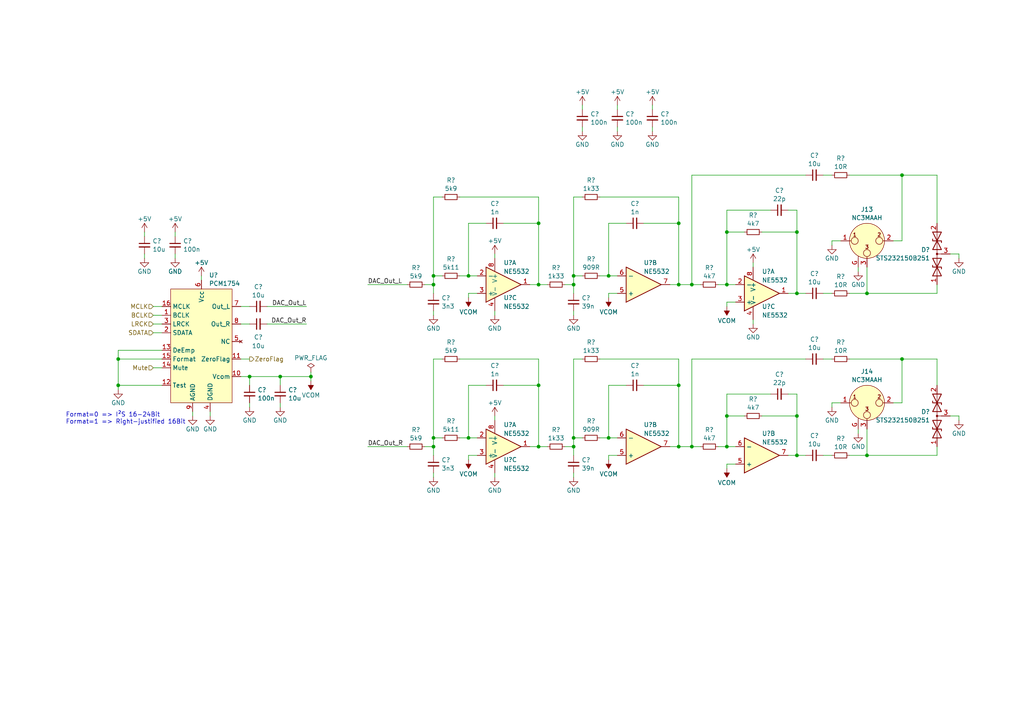
<source format=kicad_sch>
(kicad_sch (version 20230121) (generator eeschema)
  (paper "A4")
  (junction (at 210.82 129.54))
  (junction (at 176.53 127))
  (junction (at 166.37 129.54))
  (junction (at 135.89 80.01))
  (junction (at 196.85 111.76))
  (junction (at 125.73 127))
  (junction (at 166.37 82.55))
  (junction (at 125.73 82.55))
  (junction (at 72.39 109.22))
  (junction (at 210.82 67.31))
  (junction (at 196.85 64.77))
  (junction (at 231.14 132.08))
  (junction (at 261.62 104.14))
  (junction (at 156.21 64.77))
  (junction (at 34.29 104.14))
  (junction (at 156.21 82.55))
  (junction (at 196.85 129.54))
  (junction (at 125.73 129.54))
  (junction (at 166.37 127))
  (junction (at 231.14 67.31))
  (junction (at 196.85 82.55))
  (junction (at 210.82 120.65))
  (junction (at 176.53 80.01))
  (junction (at 231.14 85.09))
  (junction (at 125.73 80.01))
  (junction (at 251.46 132.08))
  (junction (at 261.62 50.8))
  (junction (at 156.21 111.76))
  (junction (at 90.17 109.22))
  (junction (at 231.14 120.65))
  (junction (at 251.46 85.09))
  (junction (at 210.82 82.55))
  (junction (at 200.66 82.55))
  (junction (at 81.28 109.22))
  (junction (at 156.21 129.54))
  (junction (at 34.29 111.76))
  (junction (at 200.66 129.54))
  (junction (at 166.37 80.01))
  (junction (at 135.89 127))
  (wire (pts (xy 135.89 133.35) (xy 135.89 132.08)))
  (wire (pts (xy 241.3 132.08) (xy 238.76 132.08)))
  (wire (pts (xy 135.89 111.76) (xy 135.89 127)))
  (wire (pts (xy 41.91 73.66) (xy 41.91 74.93)))
  (wire (pts (xy 228.6 60.96) (xy 231.14 60.96)))
  (wire (pts (xy 176.53 86.36) (xy 176.53 85.09)))
  (wire (pts (xy 128.27 57.15) (xy 125.73 57.15)))
  (wire (pts (xy 173.99 80.01) (xy 176.53 80.01)))
  (wire (pts (xy 166.37 82.55) (xy 166.37 85.09)))
  (wire (pts (xy 125.73 57.15) (xy 125.73 80.01)))
  (wire (pts (xy 118.11 129.54) (xy 106.68 129.54)))
  (wire (pts (xy 77.47 93.98) (xy 88.9 93.98)))
  (wire (pts (xy 271.78 104.14) (xy 261.62 104.14)))
  (wire (pts (xy 179.07 36.83) (xy 179.07 38.1)))
  (wire (pts (xy 173.99 104.14) (xy 196.85 104.14)))
  (wire (pts (xy 200.66 50.8) (xy 233.68 50.8)))
  (wire (pts (xy 261.62 69.85) (xy 259.08 69.85)))
  (wire (pts (xy 69.85 109.22) (xy 72.39 109.22)))
  (wire (pts (xy 196.85 104.14) (xy 196.85 111.76)))
  (wire (pts (xy 189.23 30.48) (xy 189.23 31.75)))
  (wire (pts (xy 251.46 132.08) (xy 246.38 132.08)))
  (wire (pts (xy 166.37 80.01) (xy 166.37 82.55)))
  (wire (pts (xy 220.98 67.31) (xy 231.14 67.31)))
  (wire (pts (xy 200.66 82.55) (xy 200.66 50.8)))
  (wire (pts (xy 168.91 104.14) (xy 166.37 104.14)))
  (wire (pts (xy 90.17 110.49) (xy 90.17 109.22)))
  (wire (pts (xy 200.66 129.54) (xy 203.2 129.54)))
  (wire (pts (xy 125.73 127) (xy 125.73 129.54)))
  (wire (pts (xy 135.89 64.77) (xy 135.89 80.01)))
  (wire (pts (xy 275.59 120.65) (xy 278.13 120.65)))
  (wire (pts (xy 241.3 116.84) (xy 241.3 118.11)))
  (wire (pts (xy 196.85 129.54) (xy 194.31 129.54)))
  (wire (pts (xy 189.23 36.83) (xy 189.23 38.1)))
  (wire (pts (xy 231.14 85.09) (xy 228.6 85.09)))
  (wire (pts (xy 231.14 120.65) (xy 231.14 132.08)))
  (wire (pts (xy 156.21 57.15) (xy 156.21 64.77)))
  (wire (pts (xy 261.62 50.8) (xy 261.62 69.85)))
  (wire (pts (xy 166.37 127) (xy 166.37 129.54)))
  (wire (pts (xy 77.47 88.9) (xy 88.9 88.9)))
  (wire (pts (xy 181.61 111.76) (xy 176.53 111.76)))
  (wire (pts (xy 278.13 73.66) (xy 278.13 74.93)))
  (wire (pts (xy 34.29 104.14) (xy 46.99 104.14)))
  (wire (pts (xy 176.53 132.08) (xy 179.07 132.08)))
  (wire (pts (xy 228.6 132.08) (xy 231.14 132.08)))
  (wire (pts (xy 210.82 134.62) (xy 213.36 134.62)))
  (wire (pts (xy 166.37 137.16) (xy 166.37 138.43)))
  (wire (pts (xy 50.8 67.31) (xy 50.8 68.58)))
  (wire (pts (xy 210.82 135.89) (xy 210.82 134.62)))
  (wire (pts (xy 81.28 116.84) (xy 81.28 118.11)))
  (wire (pts (xy 156.21 82.55) (xy 158.75 82.55)))
  (wire (pts (xy 156.21 64.77) (xy 156.21 82.55)))
  (wire (pts (xy 143.51 137.16) (xy 143.51 138.43)))
  (wire (pts (xy 44.45 93.98) (xy 46.99 93.98)))
  (wire (pts (xy 69.85 104.14) (xy 72.39 104.14)))
  (wire (pts (xy 271.78 129.54) (xy 271.78 132.08)))
  (wire (pts (xy 44.45 91.44) (xy 46.99 91.44)))
  (wire (pts (xy 125.73 80.01) (xy 125.73 82.55)))
  (wire (pts (xy 125.73 82.55) (xy 125.73 85.09)))
  (wire (pts (xy 133.35 57.15) (xy 156.21 57.15)))
  (wire (pts (xy 176.53 85.09) (xy 179.07 85.09)))
  (wire (pts (xy 133.35 80.01) (xy 135.89 80.01)))
  (wire (pts (xy 166.37 57.15) (xy 166.37 80.01)))
  (wire (pts (xy 210.82 60.96) (xy 210.82 67.31)))
  (wire (pts (xy 186.69 64.77) (xy 196.85 64.77)))
  (wire (pts (xy 275.59 73.66) (xy 278.13 73.66)))
  (wire (pts (xy 218.44 92.71) (xy 218.44 93.98)))
  (wire (pts (xy 46.99 101.6) (xy 34.29 101.6)))
  (wire (pts (xy 248.92 124.46) (xy 248.92 125.73)))
  (wire (pts (xy 271.78 64.77) (xy 271.78 50.8)))
  (wire (pts (xy 246.38 104.14) (xy 261.62 104.14)))
  (wire (pts (xy 140.97 111.76) (xy 135.89 111.76)))
  (wire (pts (xy 271.78 111.76) (xy 271.78 104.14)))
  (wire (pts (xy 248.92 77.47) (xy 248.92 78.74)))
  (wire (pts (xy 210.82 114.3) (xy 210.82 120.65)))
  (wire (pts (xy 200.66 82.55) (xy 203.2 82.55)))
  (wire (pts (xy 259.08 116.84) (xy 261.62 116.84)))
  (wire (pts (xy 231.14 132.08) (xy 233.68 132.08)))
  (wire (pts (xy 223.52 114.3) (xy 210.82 114.3)))
  (wire (pts (xy 135.89 80.01) (xy 138.43 80.01)))
  (wire (pts (xy 243.84 116.84) (xy 241.3 116.84)))
  (wire (pts (xy 223.52 60.96) (xy 210.82 60.96)))
  (wire (pts (xy 210.82 129.54) (xy 213.36 129.54)))
  (wire (pts (xy 168.91 30.48) (xy 168.91 31.75)))
  (wire (pts (xy 128.27 104.14) (xy 125.73 104.14)))
  (wire (pts (xy 196.85 129.54) (xy 200.66 129.54)))
  (wire (pts (xy 210.82 82.55) (xy 213.36 82.55)))
  (wire (pts (xy 251.46 85.09) (xy 246.38 85.09)))
  (wire (pts (xy 166.37 90.17) (xy 166.37 91.44)))
  (wire (pts (xy 176.53 111.76) (xy 176.53 127)))
  (wire (pts (xy 50.8 73.66) (xy 50.8 74.93)))
  (wire (pts (xy 166.37 104.14) (xy 166.37 127)))
  (wire (pts (xy 261.62 104.14) (xy 261.62 116.84)))
  (wire (pts (xy 135.89 132.08) (xy 138.43 132.08)))
  (wire (pts (xy 215.9 67.31) (xy 210.82 67.31)))
  (wire (pts (xy 176.53 127) (xy 179.07 127)))
  (wire (pts (xy 72.39 116.84) (xy 72.39 118.11)))
  (wire (pts (xy 156.21 129.54) (xy 158.75 129.54)))
  (wire (pts (xy 208.28 129.54) (xy 210.82 129.54)))
  (wire (pts (xy 168.91 36.83) (xy 168.91 38.1)))
  (wire (pts (xy 44.45 106.68) (xy 46.99 106.68)))
  (wire (pts (xy 181.61 64.77) (xy 176.53 64.77)))
  (wire (pts (xy 166.37 129.54) (xy 163.83 129.54)))
  (wire (pts (xy 238.76 104.14) (xy 241.3 104.14)))
  (wire (pts (xy 69.85 88.9) (xy 72.39 88.9)))
  (wire (pts (xy 125.73 90.17) (xy 125.73 91.44)))
  (wire (pts (xy 55.88 119.38) (xy 55.88 120.65)))
  (wire (pts (xy 196.85 82.55) (xy 194.31 82.55)))
  (wire (pts (xy 251.46 124.46) (xy 251.46 132.08)))
  (wire (pts (xy 118.11 82.55) (xy 106.68 82.55)))
  (wire (pts (xy 123.19 82.55) (xy 125.73 82.55)))
  (wire (pts (xy 243.84 69.85) (xy 241.3 69.85)))
  (wire (pts (xy 135.89 86.36) (xy 135.89 85.09)))
  (wire (pts (xy 44.45 88.9) (xy 46.99 88.9)))
  (wire (pts (xy 238.76 50.8) (xy 241.3 50.8)))
  (wire (pts (xy 196.85 82.55) (xy 200.66 82.55)))
  (wire (pts (xy 44.45 96.52) (xy 46.99 96.52)))
  (wire (pts (xy 135.89 127) (xy 138.43 127)))
  (wire (pts (xy 220.98 120.65) (xy 231.14 120.65)))
  (wire (pts (xy 271.78 132.08) (xy 251.46 132.08)))
  (wire (pts (xy 271.78 50.8) (xy 261.62 50.8)))
  (wire (pts (xy 271.78 85.09) (xy 251.46 85.09)))
  (wire (pts (xy 34.29 111.76) (xy 34.29 113.03)))
  (wire (pts (xy 125.73 80.01) (xy 128.27 80.01)))
  (wire (pts (xy 200.66 104.14) (xy 233.68 104.14)))
  (wire (pts (xy 231.14 114.3) (xy 231.14 120.65)))
  (wire (pts (xy 196.85 111.76) (xy 196.85 129.54)))
  (wire (pts (xy 186.69 111.76) (xy 196.85 111.76)))
  (wire (pts (xy 146.05 64.77) (xy 156.21 64.77)))
  (wire (pts (xy 81.28 111.76) (xy 81.28 109.22)))
  (wire (pts (xy 58.42 80.01) (xy 58.42 81.28)))
  (wire (pts (xy 34.29 104.14) (xy 34.29 111.76)))
  (wire (pts (xy 208.28 82.55) (xy 210.82 82.55)))
  (wire (pts (xy 210.82 88.9) (xy 210.82 87.63)))
  (wire (pts (xy 69.85 93.98) (xy 72.39 93.98)))
  (wire (pts (xy 140.97 64.77) (xy 135.89 64.77)))
  (wire (pts (xy 143.51 120.65) (xy 143.51 121.92)))
  (wire (pts (xy 168.91 57.15) (xy 166.37 57.15)))
  (wire (pts (xy 196.85 57.15) (xy 196.85 64.77)))
  (wire (pts (xy 176.53 133.35) (xy 176.53 132.08)))
  (wire (pts (xy 173.99 57.15) (xy 196.85 57.15)))
  (wire (pts (xy 156.21 82.55) (xy 153.67 82.55)))
  (wire (pts (xy 60.96 119.38) (xy 60.96 120.65)))
  (wire (pts (xy 166.37 82.55) (xy 163.83 82.55)))
  (wire (pts (xy 156.21 129.54) (xy 153.67 129.54)))
  (wire (pts (xy 156.21 104.14) (xy 156.21 111.76)))
  (wire (pts (xy 90.17 107.95) (xy 90.17 109.22)))
  (wire (pts (xy 231.14 85.09) (xy 233.68 85.09)))
  (wire (pts (xy 72.39 109.22) (xy 72.39 111.76)))
  (wire (pts (xy 241.3 85.09) (xy 238.76 85.09)))
  (wire (pts (xy 156.21 111.76) (xy 156.21 129.54)))
  (wire (pts (xy 34.29 101.6) (xy 34.29 104.14)))
  (wire (pts (xy 210.82 67.31) (xy 210.82 82.55)))
  (wire (pts (xy 200.66 129.54) (xy 200.66 104.14)))
  (wire (pts (xy 133.35 127) (xy 135.89 127)))
  (wire (pts (xy 125.73 104.14) (xy 125.73 127)))
  (wire (pts (xy 166.37 129.54) (xy 166.37 132.08)))
  (wire (pts (xy 125.73 127) (xy 128.27 127)))
  (wire (pts (xy 41.91 67.31) (xy 41.91 68.58)))
  (wire (pts (xy 210.82 120.65) (xy 210.82 129.54)))
  (wire (pts (xy 143.51 73.66) (xy 143.51 74.93)))
  (wire (pts (xy 251.46 77.47) (xy 251.46 85.09)))
  (wire (pts (xy 179.07 30.48) (xy 179.07 31.75)))
  (wire (pts (xy 246.38 50.8) (xy 261.62 50.8)))
  (wire (pts (xy 173.99 127) (xy 176.53 127)))
  (wire (pts (xy 271.78 82.55) (xy 271.78 85.09)))
  (wire (pts (xy 278.13 120.65) (xy 278.13 121.92)))
  (wire (pts (xy 176.53 64.77) (xy 176.53 80.01)))
  (wire (pts (xy 168.91 80.01) (xy 166.37 80.01)))
  (wire (pts (xy 231.14 67.31) (xy 231.14 85.09)))
  (wire (pts (xy 90.17 109.22) (xy 81.28 109.22)))
  (wire (pts (xy 218.44 76.2) (xy 218.44 77.47)))
  (wire (pts (xy 81.28 109.22) (xy 72.39 109.22)))
  (wire (pts (xy 125.73 129.54) (xy 125.73 132.08)))
  (wire (pts (xy 176.53 80.01) (xy 179.07 80.01)))
  (wire (pts (xy 196.85 64.77) (xy 196.85 82.55)))
  (wire (pts (xy 135.89 85.09) (xy 138.43 85.09)))
  (wire (pts (xy 241.3 69.85) (xy 241.3 71.12)))
  (wire (pts (xy 228.6 114.3) (xy 231.14 114.3)))
  (wire (pts (xy 231.14 60.96) (xy 231.14 67.31)))
  (wire (pts (xy 133.35 104.14) (xy 156.21 104.14)))
  (wire (pts (xy 123.19 129.54) (xy 125.73 129.54)))
  (wire (pts (xy 143.51 90.17) (xy 143.51 91.44)))
  (wire (pts (xy 210.82 87.63) (xy 213.36 87.63)))
  (wire (pts (xy 168.91 127) (xy 166.37 127)))
  (wire (pts (xy 125.73 137.16) (xy 125.73 138.43)))
  (wire (pts (xy 215.9 120.65) (xy 210.82 120.65)))
  (wire (pts (xy 146.05 111.76) (xy 156.21 111.76)))
  (wire (pts (xy 34.29 111.76) (xy 46.99 111.76)))
  (text "Format=0 => I²S 16-24Bit\nFormat=1 => Right-justified 16Bit" (at 19.05 123.19 0) (effects (font (size 1.27 1.27)) (justify left bottom)))
  (label "DAC_Out_L" (at 88.9 88.9 180))
  (label "DAC_Out_R" (at 88.9 93.98 180))
  (label "DAC_Out_R" (at 106.68 129.54 0))
  (label "DAC_Out_L" (at 106.68 82.55 0))
  (hierarchical_label "MCLK" (shape input) (at 44.45 88.9 180))
  (hierarchical_label "SDATA" (shape input) (at 44.45 96.52 180))
  (hierarchical_label "Mute" (shape input) (at 44.45 106.68 180))
  (hierarchical_label "BCLK" (shape input) (at 44.45 91.44 180))
  (hierarchical_label "ZeroFlag" (shape output) (at 72.39 104.14 0))
  (hierarchical_label "LRCK" (shape input) (at 44.45 93.98 180))
  (symbol (lib_id "power:GND") (at 72.39 118.11 0) (unit 1)
    (property "Reference" "#PWR?" (effects hide))
    (property "Value" "GND" (at 72.39 121.92 0))
    (instances (project "SmallDSPMainBoard" (path "" (reference "#PWR?") (unit 1)) (path "" (reference "#PWR0115") (unit 1))))
  )
  (symbol (lib_id "power:VCOM") (at 176.53 133.35 180) (unit 1)
    (property "Reference" "#PWR?" (effects hide))
    (property "Value" "VCOM" (at 176.53 137.4831 0))
    (instances (project "SmallDSPMainBoard" (path "" (reference "#PWR?") (unit 1)) (path "" (reference "#PWR0131") (unit 1))))
  )
  (symbol (lib_id "power:GND") (at 143.51 91.44 0) (unit 1)
    (property "Reference" "#PWR?" (effects hide))
    (property "Value" "GND" (at 143.51 95.25 0))
    (instances (project "SmallDSPMainBoard" (path "" (reference "#PWR?") (unit 1)) (path "" (reference "#PWR0123") (unit 1))))
  )
  (symbol (lib_id "power:+5V") (at 41.91 67.31 0) (unit 1)
    (property "Reference" "#PWR?" (effects hide))
    (property "Value" "+5V" (at 41.91 63.5 0))
    (instances (project "SmallDSPMainBoard" (path "" (reference "#PWR?") (unit 1)) (path "" (reference "#PWR0108") (unit 1))))
  )
  (symbol (lib_id "power:GND") (at 241.3 71.12 0) (unit 1)
    (property "Reference" "#PWR?" (effects hide))
    (property "Value" "GND" (at 241.3 74.93 0))
    (instances (project "SmallDSPMainBoard" (path "" (reference "#PWR?") (unit 1)) (path "" (reference "#PWR0140") (unit 1))))
  )
  (symbol (lib_id "power:GND") (at 166.37 138.43 0) (unit 1)
    (property "Reference" "#PWR?" (effects hide))
    (property "Value" "GND" (at 166.37 142.24 0))
    (instances (project "SmallDSPMainBoard" (path "" (reference "#PWR?") (unit 1)) (path "" (reference "#PWR0127") (unit 1))))
  )
  (symbol (lib_id "power:+5V") (at 218.44 76.2 0) (unit 1)
    (property "Reference" "#PWR?" (effects hide))
    (property "Value" "+5V" (at 218.44 72.39 0))
    (instances (project "SmallDSPMainBoard" (path "" (reference "#PWR?") (unit 1)) (path "" (reference "#PWR0138") (unit 1))))
  )
  (symbol (lib_id "Device:R_Small") (at 218.44 120.65 90) (unit 1)
    (property "Reference" "R?" (at 218.44 115.7691 90))
    (property "Value" "4k7" (at 218.44 118.1933 90))
    (property "Footprint" "Resistor_SMD:R_0402_1005Metric" (effects hide))
    (property "Assembling" "X" (effects hide))
    (property "JLC Part Number" "C25900" (effects hide))
    (property "Manufacturer" "UNI-ROYAL(Uniroyal Elec)" (effects hide))
    (property "Rated Power" "62.5mW" (effects hide))
    (property "Part Number" "0402WGF4701TCE" (effects hide))
    (instances (project "SmallDSPMainBoard" (path "" (reference "R?") (unit 1)) (path "" (reference "R67") (unit 1))))
  )
  (symbol (lib_id "power:+5V") (at 179.07 30.48 0) (unit 1)
    (property "Reference" "#PWR?" (effects hide))
    (property "Value" "+5V" (at 179.07 26.67 0))
    (instances (project "SmallDSPMainBoard" (path "" (reference "#PWR?") (unit 1)) (path "" (reference "#PWR0132") (unit 1))))
  )
  (symbol (lib_id "Device:R_Small") (at 130.81 80.01 90) (unit 1)
    (property "Reference" "R?" (at 130.81 75.1291 90))
    (property "Value" "5k11" (at 130.81 77.5533 90))
    (property "Footprint" "Resistor_SMD:R_0603_1608Metric_Pad0.98x0.95mm_HandSolder" (effects hide))
    (property "Manufacturer" "Bourns" (effects hide))
    (property "Rated Power" "62.5mW" (effects hide))
    (property "Part Number" "CR0603-FX-5111ELF" (effects hide))
    (instances (project "SmallDSPMainBoard" (path "" (reference "R?") (unit 1)) (path "" (reference "R55") (unit 1))))
  )
  (symbol (lib_id "Device:C_Small") (at 236.22 132.08 90) (unit 1)
    (property "Reference" "C?" (at 236.2263 126.3736 90))
    (property "Value" "10u" (at 236.2263 128.7978 90))
    (property "Footprint" "Capacitor_SMD:C_1206_3216Metric" (effects hide))
    (property "Dielectric" "X5R" (effects hide))
    (property "Rated Voltage" "50V" (effects hide))
    (property "Assembling" "X" (effects hide))
    (property "JLC Part Number" "C13585" (effects hide))
    (property "Manufacturer" "Samsung Electro-Mechanics" (effects hide))
    (property "Part Number" "CL31A106KBHNNNE" (effects hide))
    (instances (project "SmallDSPMainBoard" (path "" (reference "C?") (unit 1)) (path "" (reference "C49") (unit 1))))
  )
  (symbol (lib_id "power:GND") (at 248.92 125.73 0) (unit 1)
    (property "Reference" "#PWR?" (effects hide))
    (property "Value" "GND" (at 248.92 129.54 0))
    (instances (project "SmallDSPMainBoard" (path "" (reference "#PWR?") (unit 1)) (path "" (reference "#PWR0143") (unit 1))))
  )
  (symbol (lib_id "Device:R_Small") (at 243.84 50.8 90) (unit 1)
    (property "Reference" "R?" (at 243.84 45.9191 90))
    (property "Value" "10R" (at 243.84 48.3433 90))
    (property "Footprint" "Resistor_SMD:R_0402_1005Metric" (effects hide))
    (property "Assembling" "X" (effects hide))
    (property "JLC Part Number" "C25077" (effects hide))
    (property "Manufacturer" "UNI-ROYAL(Uniroyal Elec)" (effects hide))
    (property "Rated Power" "62.5mW" (effects hide))
    (property "Part Number" "0402WGF100JTCE" (effects hide))
    (instances (project "SmallDSPMainBoard" (path "" (reference "R?") (unit 1)) (path "" (reference "R68") (unit 1))))
  )
  (symbol (lib_id "Device:R_Small") (at 171.45 104.14 90) (unit 1)
    (property "Reference" "R?" (at 171.45 99.2591 90))
    (property "Value" "1k33" (at 171.45 101.6833 90))
    (property "Footprint" "Resistor_SMD:R_0603_1608Metric_Pad0.98x0.95mm_HandSolder" (effects hide))
    (property "Manufacturer" "Bourns" (effects hide))
    (property "Rated Power" "62.5mW" (effects hide))
    (property "Part Number" "CR0603-FX-1331ELF " (effects hide))
    (instances (project "SmallDSPMainBoard" (path "" (reference "R?") (unit 1)) (path "" (reference "R62") (unit 1))))
  )
  (symbol (lib_id "power:VCOM") (at 135.89 86.36 180) (unit 1)
    (property "Reference" "#PWR?" (effects hide))
    (property "Value" "VCOM" (at 135.89 90.4931 0))
    (instances (project "SmallDSPMainBoard" (path "" (reference "#PWR?") (unit 1)) (path "" (reference "#PWR0120") (unit 1))))
  )
  (symbol (lib_id "Device:Opamp_Dual") (at 186.69 129.54 0) (mirror x) (unit 2)
    (property "Reference" "U?" (at 186.69 123.19 0) (effects (justify left)))
    (property "Value" "NE5532" (at 186.69 125.73 0) (effects (justify left)))
    (property "Footprint" "Package_SO:SOIC-8_3.9x4.9mm_P1.27mm" (effects hide))
    (property "Datasheet" "https://fscdn.rohm.com/en/products/databook/datasheet/ic/amp_linear/opamp/lm4565f-e.pdf" (effects hide))
    (property "Manufacturer" "Texas Instruments" (effects hide))
    (property "Part Number" "NE5532DR" (effects hide))
    (property "Assembling" "X" (effects hide))
    (property "JLC Part Number" "C7426" (effects hide))
    (instances (project "SmallDSPMainBoard" (path "" (reference "U?") (unit 2)) (path "" (reference "U10") (unit 2))))
  )
  (symbol (lib_id "Device:C_Small") (at 226.06 114.3 90) (unit 1)
    (property "Reference" "C?" (at 226.0663 108.5936 90))
    (property "Value" "22p" (at 226.0663 111.0178 90))
    (property "Footprint" "Capacitor_SMD:C_0402_1005Metric" (effects hide))
    (property "Dielectric" "C0G" (effects hide))
    (property "Rated Voltage" "50V" (effects hide))
    (property "Assembling" "X" (effects hide))
    (property "JLC Part Number" "C1555" (effects hide))
    (property "Manufacturer" "FH (Guangdong Fenghua Advanced Tech)" (effects hide))
    (property "Part Number" "0402CG220J500NT" (effects hide))
    (instances (project "SmallDSPMainBoard" (path "" (reference "C?") (unit 1)) (path "" (reference "C45") (unit 1))))
  )
  (symbol (lib_id "power:GND") (at 60.96 120.65 0) (unit 1)
    (property "Reference" "#PWR?" (effects hide))
    (property "Value" "GND" (at 60.96 124.46 0))
    (instances (project "SmallDSPMainBoard" (path "" (reference "#PWR?") (unit 1)) (path "" (reference "#PWR0114") (unit 1))))
  )
  (symbol (lib_id "power:GND") (at 143.51 138.43 0) (unit 1)
    (property "Reference" "#PWR?" (effects hide))
    (property "Value" "GND" (at 143.51 142.24 0))
    (instances (project "SmallDSPMainBoard" (path "" (reference "#PWR?") (unit 1)) (path "" (reference "#PWR0125") (unit 1))))
  )
  (symbol (lib_id "power:GND") (at 241.3 118.11 0) (unit 1)
    (property "Reference" "#PWR?" (effects hide))
    (property "Value" "GND" (at 241.3 121.92 0))
    (instances (project "SmallDSPMainBoard" (path "" (reference "#PWR?") (unit 1)) (path "" (reference "#PWR0141") (unit 1))))
  )
  (symbol (lib_id "Device:C_Small") (at 236.22 104.14 90) (unit 1)
    (property "Reference" "C?" (at 236.2263 98.4336 90))
    (property "Value" "10u" (at 236.2263 100.8578 90))
    (property "Footprint" "Capacitor_SMD:C_1206_3216Metric" (effects hide))
    (property "Dielectric" "X5R" (effects hide))
    (property "Rated Voltage" "50V" (effects hide))
    (property "Assembling" "X" (effects hide))
    (property "JLC Part Number" "C13585" (effects hide))
    (property "Manufacturer" "Samsung Electro-Mechanics" (effects hide))
    (property "Part Number" "CL31A106KBHNNNE" (effects hide))
    (instances (project "SmallDSPMainBoard" (path "" (reference "C?") (unit 1)) (path "" (reference "C48") (unit 1))))
  )
  (symbol (lib_id "power:GND") (at 218.44 93.98 0) (unit 1)
    (property "Reference" "#PWR?" (effects hide))
    (property "Value" "GND" (at 218.44 97.79 0))
    (instances (project "SmallDSPMainBoard" (path "" (reference "#PWR?") (unit 1)) (path "" (reference "#PWR0139") (unit 1))))
  )
  (symbol (lib_id "power:GND") (at 278.13 121.92 0) (unit 1)
    (property "Reference" "#PWR?" (effects hide))
    (property "Value" "GND" (at 278.13 125.73 0))
    (instances (project "SmallDSPMainBoard" (path "" (reference "#PWR?") (unit 1)) (path "" (reference "#PWR0145") (unit 1))))
  )
  (symbol (lib_id "power:GND") (at 50.8 74.93 0) (unit 1)
    (property "Reference" "#PWR?" (effects hide))
    (property "Value" "GND" (at 50.8 78.74 0))
    (instances (project "SmallDSPMainBoard" (path "" (reference "#PWR?") (unit 1)) (path "" (reference "#PWR0111") (unit 1))))
  )
  (symbol (lib_id "power:VCOM") (at 210.82 88.9 180) (unit 1)
    (property "Reference" "#PWR?" (effects hide))
    (property "Value" "VCOM" (at 210.82 93.0331 0))
    (instances (project "SmallDSPMainBoard" (path "" (reference "#PWR?") (unit 1)) (path "" (reference "#PWR0136") (unit 1))))
  )
  (symbol (lib_id "power:+5V") (at 143.51 120.65 0) (unit 1)
    (property "Reference" "#PWR?" (effects hide))
    (property "Value" "+5V" (at 143.51 116.84 0))
    (instances (project "SmallDSPMainBoard" (path "" (reference "#PWR?") (unit 1)) (path "" (reference "#PWR0124") (unit 1))))
  )
  (symbol (lib_id "Device:R_Small") (at 171.45 127 90) (unit 1)
    (property "Reference" "R?" (at 171.45 122.1191 90))
    (property "Value" "909R" (at 171.45 124.5433 90))
    (property "Footprint" "Resistor_SMD:R_0603_1608Metric_Pad0.98x0.95mm_HandSolder" (effects hide))
    (property "Manufacturer" "Bourns" (effects hide))
    (property "Rated Power" "62.5mW" (effects hide))
    (property "Part Number" "CR0603-FX-9090ELF " (effects hide))
    (instances (project "SmallDSPMainBoard" (path "" (reference "R?") (unit 1)) (path "" (reference "R63") (unit 1))))
  )
  (symbol (lib_id "Device:R_Small") (at 120.65 82.55 90) (unit 1)
    (property "Reference" "R?" (at 120.65 77.6691 90))
    (property "Value" "5k9" (at 120.65 80.0933 90))
    (property "Footprint" "Resistor_SMD:R_0603_1608Metric_Pad0.98x0.95mm_HandSolder" (effects hide))
    (property "Manufacturer" "Bourns" (effects hide))
    (property "Rated Power" "62.5mW" (effects hide))
    (property "Part Number" "CR0603-FX-5901ELF" (effects hide))
    (instances (project "SmallDSPMainBoard" (path "" (reference "R?") (unit 1)) (path "" (reference "R52") (unit 1))))
  )
  (symbol (lib_id "Device:C_Small") (at 189.23 34.29 0) (unit 1)
    (property "Reference" "C?" (at 191.5541 33.0842 0) (effects (justify left)))
    (property "Value" "100n" (at 191.5541 35.5084 0) (effects (justify left)))
    (property "Footprint" "Capacitor_SMD:C_0402_1005Metric" (effects hide))
    (property "Dielectric" "X7R" (effects hide))
    (property "Rated Voltage" "16V" (effects hide))
    (property "Assembling" "X" (effects hide))
    (property "JLC Part Number" "C1525" (effects hide))
    (property "Manufacturer" "Samsung Electro-Mechanics" (effects hide))
    (property "Part Number" "CL05B104KO5NNNC" (effects hide))
    (instances (project "SmallDSPMainBoard" (path "" (reference "C?") (unit 1)) (path "" (reference "C43") (unit 1))))
  )
  (symbol (lib_id "Device:Opamp_Dual") (at 146.05 129.54 0) (unit 3)
    (property "Reference" "U?" (at 146.05 133.35 0) (effects (justify left)))
    (property "Value" "NE5532" (at 146.05 135.89 0) (effects (justify left)))
    (property "Footprint" "Package_SO:SOIC-8_3.9x4.9mm_P1.27mm" (effects hide))
    (property "Datasheet" "https://fscdn.rohm.com/en/products/databook/datasheet/ic/amp_linear/opamp/lm4565f-e.pdf" (effects hide))
    (property "Manufacturer" "Texas Instruments" (effects hide))
    (property "Part Number" "NE5532DR" (effects hide))
    (property "Assembling" "X" (effects hide))
    (property "JLC Part Number" "C7426" (effects hide))
    (instances (project "SmallDSPMainBoard" (path "" (reference "U?") (unit 3)) (path "" (reference "U10") (unit 3))))
  )
  (symbol (lib_id "Device:R_Small") (at 243.84 104.14 90) (unit 1)
    (property "Reference" "R?" (at 243.84 99.2591 90))
    (property "Value" "10R" (at 243.84 101.6833 90))
    (property "Footprint" "Resistor_SMD:R_0402_1005Metric" (effects hide))
    (property "Assembling" "X" (effects hide))
    (property "JLC Part Number" "C25077" (effects hide))
    (property "Manufacturer" "UNI-ROYAL(Uniroyal Elec)" (effects hide))
    (property "Rated Power" "62.5mW" (effects hide))
    (property "Part Number" "0402WGF100JTCE" (effects hide))
    (instances (project "SmallDSPMainBoard" (path "" (reference "R?") (unit 1)) (path "" (reference "R70") (unit 1))))
  )
  (symbol (lib_id "Device:C_Small") (at 72.39 114.3 0) (unit 1)
    (property "Reference" "C?" (at 74.7141 113.0942 0) (effects (justify left)))
    (property "Value" "100n" (at 74.7141 115.5184 0) (effects (justify left)))
    (property "Footprint" "Capacitor_SMD:C_0402_1005Metric" (effects hide))
    (property "Dielectric" "X7R" (effects hide))
    (property "Rated Voltage" "16V" (effects hide))
    (property "Assembling" "X" (effects hide))
    (property "JLC Part Number" "C1525" (effects hide))
    (property "Manufacturer" "Samsung Electro-Mechanics" (effects hide))
    (property "Part Number" "CL05B104KO5NNNC" (effects hide))
    (instances (project "SmallDSPMainBoard" (path "" (reference "C?") (unit 1)) (path "" (reference "C29") (unit 1))))
  )
  (symbol (lib_id "Device:Opamp_Dual") (at 146.05 82.55 0) (unit 3)
    (property "Reference" "U?" (at 146.05 86.36 0) (effects (justify left)))
    (property "Value" "NE5532" (at 146.05 88.9 0) (effects (justify left)))
    (property "Footprint" "Package_SO:SOIC-8_3.9x4.9mm_P1.27mm" (effects hide))
    (property "Datasheet" "https://fscdn.rohm.com/en/products/databook/datasheet/ic/amp_linear/opamp/lm4565f-e.pdf" (effects hide))
    (property "Manufacturer" "Texas Instruments" (effects hide))
    (property "Part Number" "NE5532DR" (effects hide))
    (property "Assembling" "X" (effects hide))
    (property "JLC Part Number" "C7426" (effects hide))
    (instances (project "SmallDSPMainBoard" (path "" (reference "U?") (unit 3)) (path "" (reference "U9") (unit 3))))
  )
  (symbol (lib_id "Device:D_TVS_Dual_AAC") (at 271.78 73.66 90) (unit 1)
    (property "Reference" "D?" (at 269.7481 72.4479 90) (effects (justify left)))
    (property "Value" "STS232150B251" (at 269.7481 74.8721 90) (effects (justify left)))
    (property "Footprint" "Package_TO_SOT_SMD:SOT-23-3" (effects hide))
    (property "Manufacturer" "Bussmann / Eaton" (effects hide))
    (property "Part Number" "STS232150B251" (effects hide))
    (instances (project "SmallDSPMainBoard" (path "" (reference "D?") (unit 1)) (path "" (reference "D8") (unit 1))))
  )
  (symbol (lib_id "Device:C_Small") (at 143.51 111.76 90) (unit 1)
    (property "Reference" "C?" (at 143.5163 106.0536 90))
    (property "Value" "1n" (at 143.5163 108.4778 90))
    (property "Footprint" "Capacitor_SMD:C_0603_1608Metric_Pad1.08x0.95mm_HandSolder" (effects hide))
    (property "Dielectric" "C0G" (effects hide))
    (property "Notes" "Also available in 0402" (effects hide))
    (property "Rated Voltage" "50V" (effects hide))
    (property "Manufacturer" "Murata Electronics" (effects hide))
    (property "Part Number" "GRM1885C1H102JA01D" (effects hide))
    (instances (project "SmallDSPMainBoard" (path "" (reference "C?") (unit 1)) (path "" (reference "C36") (unit 1))))
  )
  (symbol (lib_id "Device:C_Small") (at 74.93 88.9 90) (unit 1)
    (property "Reference" "C?" (at 74.9363 83.1936 90))
    (property "Value" "10u" (at 74.9363 85.6178 90))
    (property "Footprint" "Capacitor_SMD:C_1206_3216Metric" (effects hide))
    (property "Dielectric" "X5R" (effects hide))
    (property "Rated Voltage" "50V" (effects hide))
    (property "Assembling" "X" (effects hide))
    (property "JLC Part Number" "C13585" (effects hide))
    (property "Manufacturer" "Samsung Electro-Mechanics" (effects hide))
    (property "Part Number" "CL31A106KBHNNNE" (effects hide))
    (instances (project "SmallDSPMainBoard" (path "" (reference "C?") (unit 1)) (path "" (reference "C30") (unit 1))))
  )
  (symbol (lib_id "Device:C_Small") (at 125.73 87.63 0) (unit 1)
    (property "Reference" "C?" (at 128.0541 86.4242 0) (effects (justify left)))
    (property "Value" "3n3" (at 128.0541 88.8484 0) (effects (justify left)))
    (property "Footprint" "Capacitor_SMD:C_0603_1608Metric_Pad1.08x0.95mm_HandSolder" (effects hide))
    (property "Dielectric" "C0G" (effects hide))
    (property "Manufacturer" "Murata Electronics" (effects hide))
    (property "Notes" "Also available in 0402" (effects hide))
    (property "Part Number" "GRM1885C1H332JA01J" (effects hide))
    (property "Rated Voltage" "50V" (effects hide))
    (instances (project "SmallDSPMainBoard" (path "" (reference "C?") (unit 1)) (path "" (reference "C33") (unit 1))))
  )
  (symbol (lib_id "Device:R_Small") (at 130.81 104.14 90) (unit 1)
    (property "Reference" "R?" (at 130.81 99.2591 90))
    (property "Value" "5k9" (at 130.81 101.6833 90))
    (property "Footprint" "Resistor_SMD:R_0603_1608Metric_Pad0.98x0.95mm_HandSolder" (effects hide))
    (property "Manufacturer" "Bourns" (effects hide))
    (property "Rated Power" "62.5mW" (effects hide))
    (property "Part Number" "CR0603-FX-5901ELF" (effects hide))
    (instances (project "SmallDSPMainBoard" (path "" (reference "R?") (unit 1)) (path "" (reference "R56") (unit 1))))
  )
  (symbol (lib_id "power:GND") (at 34.29 113.03 0) (unit 1)
    (property "Reference" "#PWR?" (effects hide))
    (property "Value" "GND" (at 34.29 116.84 0))
    (instances (project "SmallDSPMainBoard" (path "" (reference "#PWR?") (unit 1)) (path "" (reference "#PWR0107") (unit 1))))
  )
  (symbol (lib_id "power:GND") (at 189.23 38.1 0) (unit 1)
    (property "Reference" "#PWR?" (effects hide))
    (property "Value" "GND" (at 189.23 41.91 0))
    (instances (project "SmallDSPMainBoard" (path "" (reference "#PWR?") (unit 1)) (path "" (reference "#PWR0135") (unit 1))))
  )
  (symbol (lib_id "Device:D_TVS_Dual_AAC") (at 271.78 120.65 90) (unit 1)
    (property "Reference" "D?" (at 269.7481 119.4379 90) (effects (justify left)))
    (property "Value" "STS232150B251" (at 269.7481 121.8621 90) (effects (justify left)))
    (property "Footprint" "Package_TO_SOT_SMD:SOT-23-3" (effects hide))
    (property "Manufacturer" "Bussmann / Eaton" (effects hide))
    (property "Part Number" "STS232150B251" (effects hide))
    (instances (project "SmallDSPMainBoard" (path "" (reference "D?") (unit 1)) (path "" (reference "D9") (unit 1))))
  )
  (symbol (lib_id "Device:Opamp_Dual") (at 186.69 82.55 0) (mirror x) (unit 2)
    (property "Reference" "U?" (at 186.69 76.2 0) (effects (justify left)))
    (property "Value" "NE5532" (at 186.69 78.74 0) (effects (justify left)))
    (property "Footprint" "Package_SO:SOIC-8_3.9x4.9mm_P1.27mm" (effects hide))
    (property "Datasheet" "https://fscdn.rohm.com/en/products/databook/datasheet/ic/amp_linear/opamp/lm4565f-e.pdf" (effects hide))
    (property "Manufacturer" "Texas Instruments" (effects hide))
    (property "Part Number" "NE5532DR" (effects hide))
    (property "Assembling" "X" (effects hide))
    (property "JLC Part Number" "C7426" (effects hide))
    (instances (project "SmallDSPMainBoard" (path "" (reference "U?") (unit 2)) (path "" (reference "U9") (unit 2))))
  )
  (symbol (lib_id "power:GND") (at 125.73 138.43 0) (unit 1)
    (property "Reference" "#PWR?" (effects hide))
    (property "Value" "GND" (at 125.73 142.24 0))
    (instances (project "SmallDSPMainBoard" (path "" (reference "#PWR?") (unit 1)) (path "" (reference "#PWR0119") (unit 1))))
  )
  (symbol (lib_id "Device:Opamp_Dual") (at 220.98 85.09 0) (mirror x) (unit 1)
    (property "Reference" "U?" (at 220.98 78.74 0) (effects (justify left)))
    (property "Value" "NE5532" (at 220.98 81.28 0) (effects (justify left)))
    (property "Footprint" "Package_SO:SOIC-8_3.9x4.9mm_P1.27mm" (effects hide))
    (property "Datasheet" "https://fscdn.rohm.com/en/products/databook/datasheet/ic/amp_linear/opamp/lm4565f-e.pdf" (effects hide))
    (property "Manufacturer" "Texas Instruments" (effects hide))
    (property "Part Number" "NE5532DR" (effects hide))
    (property "Assembling" "X" (effects hide))
    (property "JLC Part Number" "C7426" (effects hide))
    (instances (project "SmallDSPMainBoard" (path "" (reference "U?") (unit 1)) (path "" (reference "U11") (unit 1))))
  )
  (symbol (lib_id "Device:C_Small") (at 74.93 93.98 90) (mirror x) (unit 1)
    (property "Reference" "C?" (at 74.93 97.79 90))
    (property "Value" "10u" (at 74.93 100.33 90))
    (property "Footprint" "Capacitor_SMD:C_1206_3216Metric" (effects hide))
    (property "Dielectric" "X5R" (effects hide))
    (property "Rated Voltage" "50V" (effects hide))
    (property "Assembling" "X" (effects hide))
    (property "JLC Part Number" "C13585" (effects hide))
    (property "Manufacturer" "Samsung Electro-Mechanics" (effects hide))
    (property "Part Number" "CL31A106KBHNNNE" (effects hide))
    (instances (project "SmallDSPMainBoard" (path "" (reference "C?") (unit 1)) (path "" (reference "C31") (unit 1))))
  )
  (symbol (lib_id "power:+5V") (at 50.8 67.31 0) (unit 1)
    (property "Reference" "#PWR?" (effects hide))
    (property "Value" "+5V" (at 50.8 63.5 0))
    (instances (project "SmallDSPMainBoard" (path "" (reference "#PWR?") (unit 1)) (path "" (reference "#PWR0110") (unit 1))))
  )
  (symbol (lib_id "Device:R_Small") (at 243.84 132.08 90) (unit 1)
    (property "Reference" "R?" (at 243.84 127.1991 90))
    (property "Value" "10R" (at 243.84 129.6233 90))
    (property "Footprint" "Resistor_SMD:R_0402_1005Metric" (effects hide))
    (property "Assembling" "X" (effects hide))
    (property "JLC Part Number" "C25077" (effects hide))
    (property "Manufacturer" "UNI-ROYAL(Uniroyal Elec)" (effects hide))
    (property "Rated Power" "62.5mW" (effects hide))
    (property "Part Number" "0402WGF100JTCE" (effects hide))
    (instances (project "SmallDSPMainBoard" (path "" (reference "R?") (unit 1)) (path "" (reference "R71") (unit 1))))
  )
  (symbol (lib_id "Device:R_Small") (at 218.44 67.31 90) (unit 1)
    (property "Reference" "R?" (at 218.44 62.4291 90))
    (property "Value" "4k7" (at 218.44 64.8533 90))
    (property "Footprint" "Resistor_SMD:R_0402_1005Metric" (effects hide))
    (property "Assembling" "X" (effects hide))
    (property "JLC Part Number" "C25900" (effects hide))
    (property "Manufacturer" "UNI-ROYAL(Uniroyal Elec)" (effects hide))
    (property "Rated Power" "62.5mW" (effects hide))
    (property "Part Number" "0402WGF4701TCE" (effects hide))
    (instances (project "SmallDSPMainBoard" (path "" (reference "R?") (unit 1)) (path "" (reference "R66") (unit 1))))
  )
  (symbol (lib_id "Device:R_Small") (at 243.84 85.09 90) (unit 1)
    (property "Reference" "R?" (at 243.84 80.2091 90))
    (property "Value" "10R" (at 243.84 82.6333 90))
    (property "Footprint" "Resistor_SMD:R_0402_1005Metric" (effects hide))
    (property "Assembling" "X" (effects hide))
    (property "JLC Part Number" "C25077" (effects hide))
    (property "Manufacturer" "UNI-ROYAL(Uniroyal Elec)" (effects hide))
    (property "Rated Power" "62.5mW" (effects hide))
    (property "Part Number" "0402WGF100JTCE" (effects hide))
    (instances (project "SmallDSPMainBoard" (path "" (reference "R?") (unit 1)) (path "" (reference "R69") (unit 1))))
  )
  (symbol (lib_id "power:VCOM") (at 210.82 135.89 180) (unit 1)
    (property "Reference" "#PWR?" (effects hide))
    (property "Value" "VCOM" (at 210.82 140.0231 0))
    (instances (project "SmallDSPMainBoard" (path "" (reference "#PWR?") (unit 1)) (path "" (reference "#PWR0137") (unit 1))))
  )
  (symbol (lib_id "Device:R_Small") (at 205.74 129.54 90) (unit 1)
    (property "Reference" "R?" (at 205.74 124.6591 90))
    (property "Value" "4k7" (at 205.74 127.0833 90))
    (property "Footprint" "Resistor_SMD:R_0402_1005Metric" (effects hide))
    (property "Assembling" "X" (effects hide))
    (property "JLC Part Number" "C25900" (effects hide))
    (property "Manufacturer" "UNI-ROYAL(Uniroyal Elec)" (effects hide))
    (property "Rated Power" "62.5mW" (effects hide))
    (property "Part Number" "0402WGF4701TCE" (effects hide))
    (instances (project "SmallDSPMainBoard" (path "" (reference "R?") (unit 1)) (path "" (reference "R65") (unit 1))))
  )
  (symbol (lib_id "power:GND") (at 278.13 74.93 0) (unit 1)
    (property "Reference" "#PWR?" (effects hide))
    (property "Value" "GND" (at 278.13 78.74 0))
    (instances (project "SmallDSPMainBoard" (path "" (reference "#PWR?") (unit 1)) (path "" (reference "#PWR0144") (unit 1))))
  )
  (symbol (lib_id "Device:Opamp_Dual") (at 220.98 132.08 0) (mirror x) (unit 2)
    (property "Reference" "U?" (at 220.98 125.73 0) (effects (justify left)))
    (property "Value" "NE5532" (at 220.98 128.27 0) (effects (justify left)))
    (property "Footprint" "Package_SO:SOIC-8_3.9x4.9mm_P1.27mm" (effects hide))
    (property "Datasheet" "https://fscdn.rohm.com/en/products/databook/datasheet/ic/amp_linear/opamp/lm4565f-e.pdf" (effects hide))
    (property "Manufacturer" "Texas Instruments" (effects hide))
    (property "Part Number" "NE5532DR" (effects hide))
    (property "Assembling" "X" (effects hide))
    (property "JLC Part Number" "C7426" (effects hide))
    (instances (project "SmallDSPMainBoard" (path "" (reference "U?") (unit 2)) (path "" (reference "U11") (unit 2))))
  )
  (symbol (lib_id "power:VCOM") (at 135.89 133.35 180) (unit 1)
    (property "Reference" "#PWR?" (effects hide))
    (property "Value" "VCOM" (at 135.89 137.4831 0))
    (instances (project "SmallDSPMainBoard" (path "" (reference "#PWR?") (unit 1)) (path "" (reference "#PWR0121") (unit 1))))
  )
  (symbol (lib_id "Device:C_Small") (at 41.91 71.12 0) (unit 1)
    (property "Reference" "C?" (at 44.2341 69.9142 0) (effects (justify left)))
    (property "Value" "10u" (at 44.2341 72.3384 0) (effects (justify left)))
    (property "Footprint" "Capacitor_SMD:C_0603_1608Metric" (effects hide))
    (property "Dielectric" "X5R" (effects hide))
    (property "Rated Voltage" "25V" (effects hide))
    (property "Assembling" "X" (effects hide))
    (property "JLC Part Number" "C96446" (effects hide))
    (property "Manufacturer" "Samsung Electro-Mechanics" (effects hide))
    (property "Part Number" "CL10A106MA8NRNC" (effects hide))
    (instances (project "SmallDSPMainBoard" (path "" (reference "C?") (unit 1)) (path "" (reference "C27") (unit 1))))
  )
  (symbol (lib_id "power:+5V") (at 143.51 73.66 0) (unit 1)
    (property "Reference" "#PWR?" (effects hide))
    (property "Value" "+5V" (at 143.51 69.85 0))
    (instances (project "SmallDSPMainBoard" (path "" (reference "#PWR?") (unit 1)) (path "" (reference "#PWR0122") (unit 1))))
  )
  (symbol (lib_id "power:GND") (at 168.91 38.1 0) (unit 1)
    (property "Reference" "#PWR?" (effects hide))
    (property "Value" "GND" (at 168.91 41.91 0))
    (instances (project "SmallDSPMainBoard" (path "" (reference "#PWR?") (unit 1)) (path "" (reference "#PWR0129") (unit 1))))
  )
  (symbol (lib_id "Device:R_Small") (at 171.45 80.01 90) (unit 1)
    (property "Reference" "R?" (at 171.45 75.1291 90))
    (property "Value" "909R" (at 171.45 77.5533 90))
    (property "Footprint" "Resistor_SMD:R_0603_1608Metric_Pad0.98x0.95mm_HandSolder" (effects hide))
    (property "Manufacturer" "Bourns" (effects hide))
    (property "Rated Power" "62.5mW" (effects hide))
    (property "Part Number" "CR0603-FX-9090ELF " (effects hide))
    (instances (project "SmallDSPMainBoard" (path "" (reference "R?") (unit 1)) (path "" (reference "R61") (unit 1))))
  )
  (symbol (lib_id "Device:R_Small") (at 161.29 82.55 90) (unit 1)
    (property "Reference" "R?" (at 161.29 77.6691 90))
    (property "Value" "1k33" (at 161.29 80.0933 90))
    (property "Footprint" "Resistor_SMD:R_0603_1608Metric_Pad0.98x0.95mm_HandSolder" (effects hide))
    (property "Manufacturer" "Bourns" (effects hide))
    (property "Rated Power" "62.5mW" (effects hide))
    (property "Part Number" "CR0603-FX-1331ELF " (effects hide))
    (instances (project "SmallDSPMainBoard" (path "" (reference "R?") (unit 1)) (path "" (reference "R58") (unit 1))))
  )
  (symbol (lib_id "Connector_Audio:NC3MAAH") (at 251.46 116.84 0) (unit 1)
    (property "Reference" "J14" (at 251.46 107.7427 0))
    (property "Value" "NC3MAAH" (at 251.46 110.1669 0))
    (property "Footprint" "Connector_Audio:Jack_XLR_Neutrik_NC3MAAH_Horizontal" (effects hide))
    (property "Datasheet" "https://www.neutrik.com/en/product/nc3maah" (effects hide))
    (property "Manufacturer" "Neutrik" (effects hide))
    (property "Part Number" "NC3MAAH" (effects hide))
  )
  (symbol (lib_id "power:GND") (at 179.07 38.1 0) (unit 1)
    (property "Reference" "#PWR?" (effects hide))
    (property "Value" "GND" (at 179.07 41.91 0))
    (instances (project "SmallDSPMainBoard" (path "" (reference "#PWR?") (unit 1)) (path "" (reference "#PWR0133") (unit 1))))
  )
  (symbol (lib_id "power:VCOM") (at 90.17 110.49 180) (unit 1)
    (property "Reference" "#PWR?" (effects hide))
    (property "Value" "VCOM" (at 90.17 114.6231 0))
    (instances (project "SmallDSPMainBoard" (path "" (reference "#PWR?") (unit 1)) (path "" (reference "#PWR0117") (unit 1))))
  )
  (symbol (lib_id "Device:R_Small") (at 205.74 82.55 90) (unit 1)
    (property "Reference" "R?" (at 205.74 77.6691 90))
    (property "Value" "4k7" (at 205.74 80.0933 90))
    (property "Footprint" "Resistor_SMD:R_0402_1005Metric" (effects hide))
    (property "Assembling" "X" (effects hide))
    (property "JLC Part Number" "C25900" (effects hide))
    (property "Manufacturer" "UNI-ROYAL(Uniroyal Elec)" (effects hide))
    (property "Rated Power" "62.5mW" (effects hide))
    (property "Part Number" "0402WGF4701TCE" (effects hide))
    (instances (project "SmallDSPMainBoard" (path "" (reference "R?") (unit 1)) (path "" (reference "R64") (unit 1))))
  )
  (symbol (lib_id "Device:R_Small") (at 130.81 127 90) (unit 1)
    (property "Reference" "R?" (at 130.81 122.1191 90))
    (property "Value" "5k11" (at 130.81 124.5433 90))
    (property "Footprint" "Resistor_SMD:R_0603_1608Metric_Pad0.98x0.95mm_HandSolder" (effects hide))
    (property "Manufacturer" "Bourns" (effects hide))
    (property "Rated Power" "62.5mW" (effects hide))
    (property "Part Number" "CR0603-FX-5111ELF" (effects hide))
    (instances (project "SmallDSPMainBoard" (path "" (reference "R?") (unit 1)) (path "" (reference "R57") (unit 1))))
  )
  (symbol (lib_id "power:+5V") (at 168.91 30.48 0) (unit 1)
    (property "Reference" "#PWR?" (effects hide))
    (property "Value" "+5V" (at 168.91 26.67 0))
    (instances (project "SmallDSPMainBoard" (path "" (reference "#PWR?") (unit 1)) (path "" (reference "#PWR0128") (unit 1))))
  )
  (symbol (lib_id "power:GND") (at 166.37 91.44 0) (unit 1)
    (property "Reference" "#PWR?" (effects hide))
    (property "Value" "GND" (at 166.37 95.25 0))
    (instances (project "SmallDSPMainBoard" (path "" (reference "#PWR?") (unit 1)) (path "" (reference "#PWR0126") (unit 1))))
  )
  (symbol (lib_id "power:+5V") (at 58.42 80.01 0) (unit 1)
    (property "Reference" "#PWR?" (effects hide))
    (property "Value" "+5V" (at 58.42 76.2 0))
    (instances (project "SmallDSPMainBoard" (path "" (reference "#PWR?") (unit 1)) (path "" (reference "#PWR0113") (unit 1))))
  )
  (symbol (lib_id "power:GND") (at 248.92 78.74 0) (unit 1)
    (property "Reference" "#PWR?" (effects hide))
    (property "Value" "GND" (at 248.92 82.55 0))
    (instances (project "SmallDSPMainBoard" (path "" (reference "#PWR?") (unit 1)) (path "" (reference "#PWR0142") (unit 1))))
  )
  (symbol (lib_id "power:PWR_FLAG") (at 90.17 107.95 0) (unit 1)
    (property "Reference" "#FLG?" (effects hide))
    (property "Value" "PWR_FLAG" (at 90.17 103.8169 0))
    (instances (project "SmallDSPMainBoard" (path "" (reference "#FLG?") (unit 1)) (path "" (reference "#FLG05") (unit 1))))
  )
  (symbol (lib_id "Device:C_Small") (at 168.91 34.29 0) (unit 1)
    (property "Reference" "C?" (at 171.2341 33.0842 0) (effects (justify left)))
    (property "Value" "100n" (at 171.2341 35.5084 0) (effects (justify left)))
    (property "Footprint" "Capacitor_SMD:C_0402_1005Metric" (effects hide))
    (property "Dielectric" "X7R" (effects hide))
    (property "Rated Voltage" "16V" (effects hide))
    (property "Assembling" "X" (effects hide))
    (property "JLC Part Number" "C1525" (effects hide))
    (property "Manufacturer" "Samsung Electro-Mechanics" (effects hide))
    (property "Part Number" "CL05B104KO5NNNC" (effects hide))
    (instances (project "SmallDSPMainBoard" (path "" (reference "C?") (unit 1)) (path "" (reference "C39") (unit 1))))
  )
  (symbol (lib_id "power:VCOM") (at 176.53 86.36 180) (unit 1)
    (property "Reference" "#PWR?" (effects hide))
    (property "Value" "VCOM" (at 176.53 90.4931 0))
    (instances (project "SmallDSPMainBoard" (path "" (reference "#PWR?") (unit 1)) (path "" (reference "#PWR0130") (unit 1))))
  )
  (symbol (lib_id "Device:R_Small") (at 130.81 57.15 90) (unit 1)
    (property "Reference" "R?" (at 130.81 52.2691 90))
    (property "Value" "5k9" (at 130.81 54.6933 90))
    (property "Footprint" "Resistor_SMD:R_0603_1608Metric_Pad0.98x0.95mm_HandSolder" (effects hide))
    (property "Manufacturer" "Bourns" (effects hide))
    (property "Rated Power" "62.5mW" (effects hide))
    (property "Part Number" "CR0603-FX-5901ELF" (effects hide))
    (instances (project "SmallDSPMainBoard" (path "" (reference "R?") (unit 1)) (path "" (reference "R54") (unit 1))))
  )
  (symbol (lib_id "Device:C_Small") (at 125.73 134.62 0) (unit 1)
    (property "Reference" "C?" (at 128.0541 133.4142 0) (effects (justify left)))
    (property "Value" "3n3" (at 128.0541 135.8384 0) (effects (justify left)))
    (property "Footprint" "Capacitor_SMD:C_0603_1608Metric_Pad1.08x0.95mm_HandSolder" (effects hide))
    (property "Dielectric" "C0G" (effects hide))
    (property "Manufacturer" "Murata Electronics" (effects hide))
    (property "Notes" "Also available in 0402" (effects hide))
    (property "Part Number" "GRM1885C1H332JA01J" (effects hide))
    (property "Rated Voltage" "50V" (effects hide))
    (instances (project "SmallDSPMainBoard" (path "" (reference "C?") (unit 1)) (path "" (reference "C34") (unit 1))))
  )
  (symbol (lib_id "Device:R_Small") (at 171.45 57.15 90) (unit 1)
    (property "Reference" "R?" (at 171.45 52.2691 90))
    (property "Value" "1k33" (at 171.45 54.6933 90))
    (property "Footprint" "Resistor_SMD:R_0603_1608Metric_Pad0.98x0.95mm_HandSolder" (effects hide))
    (property "Manufacturer" "Bourns" (effects hide))
    (property "Rated Power" "62.5mW" (effects hide))
    (property "Part Number" "CR0603-FX-1331ELF " (effects hide))
    (instances (project "SmallDSPMainBoard" (path "" (reference "R?") (unit 1)) (path "" (reference "R60") (unit 1))))
  )
  (symbol (lib_id "power:GND") (at 55.88 120.65 0) (unit 1)
    (property "Reference" "#PWR?" (effects hide))
    (property "Value" "GND" (at 55.88 124.46 0))
    (instances (project "SmallDSPMainBoard" (path "" (reference "#PWR?") (unit 1)) (path "" (reference "#PWR0112") (unit 1))))
  )
  (symbol (lib_id "Device:C_Small") (at 81.28 114.3 0) (unit 1)
    (property "Reference" "C?" (at 83.6041 113.0942 0) (effects (justify left)))
    (property "Value" "10u" (at 83.6041 115.5184 0) (effects (justify left)))
    (property "Footprint" "Capacitor_SMD:C_0603_1608Metric" (effects hide))
    (property "Dielectric" "X5R" (effects hide))
    (property "Rated Voltage" "25V" (effects hide))
    (property "Assembling" "X" (effects hide))
    (property "JLC Part Number" "C96446" (effects hide))
    (property "Manufacturer" "Samsung Electro-Mechanics" (effects hide))
    (property "Part Number" "CL10A106MA8NRNC" (effects hide))
    (instances (project "SmallDSPMainBoard" (path "" (reference "C?") (unit 1)) (path "" (reference "C32") (unit 1))))
  )
  (symbol (lib_id "Device:Opamp_Dual") (at 146.05 129.54 0) (mirror x) (unit 1)
    (property "Reference" "U?" (at 146.05 123.19 0) (effects (justify left)))
    (property "Value" "NE5532" (at 146.05 125.73 0) (effects (justify left)))
    (property "Footprint" "Package_SO:SOIC-8_3.9x4.9mm_P1.27mm" (effects hide))
    (property "Datasheet" "https://fscdn.rohm.com/en/products/databook/datasheet/ic/amp_linear/opamp/lm4565f-e.pdf" (effects hide))
    (property "Manufacturer" "Texas Instruments" (effects hide))
    (property "Part Number" "NE5532DR" (effects hide))
    (property "Assembling" "X" (effects hide))
    (property "JLC Part Number" "C7426" (effects hide))
    (instances (project "SmallDSPMainBoard" (path "" (reference "U?") (unit 1)) (path "" (reference "U10") (unit 1))))
  )
  (symbol (lib_id "power:GND") (at 125.73 91.44 0) (unit 1)
    (property "Reference" "#PWR?" (effects hide))
    (property "Value" "GND" (at 125.73 95.25 0))
    (instances (project "SmallDSPMainBoard" (path "" (reference "#PWR?") (unit 1)) (path "" (reference "#PWR0118") (unit 1))))
  )
  (symbol (lib_id "1_Project_Symbols:PCM1754") (at 58.42 100.33 0) (unit 1)
    (property "Reference" "U?" (at 60.6141 79.8027 0) (effects (justify left)))
    (property "Value" "PCM1754" (at 60.6141 82.2269 0) (effects (justify left)))
    (property "Footprint" "Package_SO:SSOP-16_3.9x4.9mm_P0.635mm" (effects hide))
    (property "Datasheet" "https://www.ti.com/lit/ds/symlink/pcm1755.pdf?HQS=dis-mous-null-mousermode-dsf-pf-null-wwe&ts=1693742815799&ref_url=https%253A%252F%252Fwww.mouser.de%252F" (effects hide))
    (property "Manufacturer" "Texas Instruments" (effects hide))
    (property "Part Number" "PCM1754" (effects hide))
    (instances (project "SmallDSPMainBoard" (path "" (reference "U?") (unit 1)) (path "" (reference "U8") (unit 1))))
  )
  (symbol (lib_id "Device:C_Small") (at 143.51 64.77 90) (unit 1)
    (property "Reference" "C?" (at 143.5163 59.0636 90))
    (property "Value" "1n" (at 143.5163 61.4878 90))
    (property "Footprint" "Capacitor_SMD:C_0603_1608Metric_Pad1.08x0.95mm_HandSolder" (effects hide))
    (property "Dielectric" "C0G" (effects hide))
    (property "Notes" "Also available in 0402" (effects hide))
    (property "Rated Voltage" "50V" (effects hide))
    (property "Manufacturer" "Murata Electronics" (effects hide))
    (property "Part Number" "GRM1885C1H102JA01D" (effects hide))
    (instances (project "SmallDSPMainBoard" (path "" (reference "C?") (unit 1)) (path "" (reference "C35") (unit 1))))
  )
  (symbol (lib_id "Device:C_Small") (at 226.06 60.96 90) (unit 1)
    (property "Reference" "C?" (at 226.0663 55.2536 90))
    (property "Value" "22p" (at 226.0663 57.6778 90))
    (property "Footprint" "Capacitor_SMD:C_0402_1005Metric" (effects hide))
    (property "Dielectric" "C0G" (effects hide))
    (property "Rated Voltage" "50V" (effects hide))
    (property "Assembling" "X" (effects hide))
    (property "JLC Part Number" "C1555" (effects hide))
    (property "Manufacturer" "FH (Guangdong Fenghua Advanced Tech)" (effects hide))
    (property "Part Number" "0402CG220J500NT" (effects hide))
    (instances (project "SmallDSPMainBoard" (path "" (reference "C?") (unit 1)) (path "" (reference "C44") (unit 1))))
  )
  (symbol (lib_id "Device:Opamp_Dual") (at 220.98 85.09 0) (unit 3)
    (property "Reference" "U?" (at 220.98 88.9 0) (effects (justify left)))
    (property "Value" "NE5532" (at 220.98 91.44 0) (effects (justify left)))
    (property "Footprint" "Package_SO:SOIC-8_3.9x4.9mm_P1.27mm" (effects hide))
    (property "Datasheet" "https://fscdn.rohm.com/en/products/databook/datasheet/ic/amp_linear/opamp/lm4565f-e.pdf" (effects hide))
    (property "Manufacturer" "Texas Instruments" (effects hide))
    (property "Part Number" "NE5532DR" (effects hide))
    (property "Assembling" "X" (effects hide))
    (property "JLC Part Number" "C7426" (effects hide))
    (instances (project "SmallDSPMainBoard" (path "" (reference "U?") (unit 3)) (path "" (reference "U11") (unit 3))))
  )
  (symbol (lib_id "Device:R_Small") (at 120.65 129.54 90) (unit 1)
    (property "Reference" "R?" (at 120.65 124.6591 90))
    (property "Value" "5k9" (at 120.65 127.0833 90))
    (property "Footprint" "Resistor_SMD:R_0603_1608Metric_Pad0.98x0.95mm_HandSolder" (effects hide))
    (property "Manufacturer" "Bourns" (effects hide))
    (property "Rated Power" "62.5mW" (effects hide))
    (property "Part Number" "CR0603-FX-5901ELF" (effects hide))
    (instances (project "SmallDSPMainBoard" (path "" (reference "R?") (unit 1)) (path "" (reference "R53") (unit 1))))
  )
  (symbol (lib_id "Connector_Audio:NC3MAAH") (at 251.46 69.85 0) (unit 1)
    (property "Reference" "J13" (at 251.46 60.7527 0))
    (property "Value" "NC3MAAH" (at 251.46 63.1769 0))
    (property "Footprint" "Connector_Audio:Jack_XLR_Neutrik_NC3MAAH_Horizontal" (effects hide))
    (property "Datasheet" "https://www.neutrik.com/en/product/nc3maah" (effects hide))
    (property "Manufacturer" "Neutrik" (effects hide))
    (property "Part Number" "NC3MAAH" (effects hide))
  )
  (symbol (lib_id "Device:C_Small") (at 236.22 50.8 90) (unit 1)
    (property "Reference" "C?" (at 236.2263 45.0936 90))
    (property "Value" "10u" (at 236.2263 47.5178 90))
    (property "Footprint" "Capacitor_SMD:C_1206_3216Metric" (effects hide))
    (property "Dielectric" "X5R" (effects hide))
    (property "Rated Voltage" "50V" (effects hide))
    (property "Assembling" "X" (effects hide))
    (property "JLC Part Number" "C13585" (effects hide))
    (property "Manufacturer" "Samsung Electro-Mechanics" (effects hide))
    (property "Part Number" "CL31A106KBHNNNE" (effects hide))
    (instances (project "SmallDSPMainBoard" (path "" (reference "C?") (unit 1)) (path "" (reference "C46") (unit 1))))
  )
  (symbol (lib_id "Device:C_Small") (at 166.37 87.63 0) (unit 1)
    (property "Reference" "C?" (at 168.6941 86.4242 0) (effects (justify left)))
    (property "Value" "39n" (at 168.6941 88.8484 0) (effects (justify left)))
    (property "Footprint" "Capacitor_SMD:C_0805_2012Metric_Pad1.18x1.45mm_HandSolder" (effects hide))
    (property "Dielectric" "C0G" (effects hide))
    (property "Manufacturer" "Murata Electronics" (effects hide))
    (property "Part Number" "GRM2195C2A393JE01D" (effects hide))
    (property "Rated Voltage" "100V" (effects hide))
    (instances (project "SmallDSPMainBoard" (path "" (reference "C?") (unit 1)) (path "" (reference "C37") (unit 1))))
  )
  (symbol (lib_id "power:+5V") (at 189.23 30.48 0) (unit 1)
    (property "Reference" "#PWR?" (effects hide))
    (property "Value" "+5V" (at 189.23 26.67 0))
    (instances (project "SmallDSPMainBoard" (path "" (reference "#PWR?") (unit 1)) (path "" (reference "#PWR0134") (unit 1))))
  )
  (symbol (lib_id "Device:C_Small") (at 236.22 85.09 90) (unit 1)
    (property "Reference" "C?" (at 236.2263 79.3836 90))
    (property "Value" "10u" (at 236.2263 81.8078 90))
    (property "Footprint" "Capacitor_SMD:C_1206_3216Metric" (effects hide))
    (property "Dielectric" "X5R" (effects hide))
    (property "Rated Voltage" "50V" (effects hide))
    (property "Assembling" "X" (effects hide))
    (property "JLC Part Number" "C13585" (effects hide))
    (property "Manufacturer" "Samsung Electro-Mechanics" (effects hide))
    (property "Part Number" "CL31A106KBHNNNE" (effects hide))
    (instances (project "SmallDSPMainBoard" (path "" (reference "C?") (unit 1)) (path "" (reference "C47") (unit 1))))
  )
  (symbol (lib_id "Device:Opamp_Dual") (at 146.05 82.55 0) (mirror x) (unit 1)
    (property "Reference" "U?" (at 146.05 76.2 0) (effects (justify left)))
    (property "Value" "NE5532" (at 146.05 78.74 0) (effects (justify left)))
    (property "Footprint" "Package_SO:SOIC-8_3.9x4.9mm_P1.27mm" (effects hide))
    (property "Datasheet" "https://fscdn.rohm.com/en/products/databook/datasheet/ic/amp_linear/opamp/lm4565f-e.pdf" (effects hide))
    (property "Manufacturer" "Texas Instruments" (effects hide))
    (property "Part Number" "NE5532DR" (effects hide))
    (property "Assembling" "X" (effects hide))
    (property "JLC Part Number" "C7426" (effects hide))
    (instances (project "SmallDSPMainBoard" (path "" (reference "U?") (unit 1)) (path "" (reference "U9") (unit 1))))
  )
  (symbol (lib_id "power:GND") (at 41.91 74.93 0) (unit 1)
    (property "Reference" "#PWR?" (effects hide))
    (property "Value" "GND" (at 41.91 78.74 0))
    (instances (project "SmallDSPMainBoard" (path "" (reference "#PWR?") (unit 1)) (path "" (reference "#PWR0109") (unit 1))))
  )
  (symbol (lib_id "Device:C_Small") (at 184.15 64.77 90) (unit 1)
    (property "Reference" "C?" (at 184.1563 59.0636 90))
    (property "Value" "1n" (at 184.1563 61.4878 90))
    (property "Footprint" "Capacitor_SMD:C_0603_1608Metric_Pad1.08x0.95mm_HandSolder" (effects hide))
    (property "Dielectric" "C0G" (effects hide))
    (property "Notes" "Also available in 0402" (effects hide))
    (property "Rated Voltage" "50V" (effects hide))
    (property "Manufacturer" "Murata Electronics" (effects hide))
    (property "Part Number" "GRM1885C1H102JA01D" (effects hide))
    (instances (project "SmallDSPMainBoard" (path "" (reference "C?") (unit 1)) (path "" (reference "C41") (unit 1))))
  )
  (symbol (lib_id "Device:C_Small") (at 166.37 134.62 0) (unit 1)
    (property "Reference" "C?" (at 168.6941 133.4142 0) (effects (justify left)))
    (property "Value" "39n" (at 168.6941 135.8384 0) (effects (justify left)))
    (property "Footprint" "Capacitor_SMD:C_0805_2012Metric_Pad1.18x1.45mm_HandSolder" (effects hide))
    (property "Dielectric" "C0G" (effects hide))
    (property "Manufacturer" "Murata Electronics" (effects hide))
    (property "Part Number" "GRM2195C2A393JE01D" (effects hide))
    (property "Rated Voltage" "100V" (effects hide))
    (instances (project "SmallDSPMainBoard" (path "" (reference "C?") (unit 1)) (path "" (reference "C38") (unit 1))))
  )
  (symbol (lib_id "power:GND") (at 81.28 118.11 0) (unit 1)
    (property "Reference" "#PWR?" (effects hide))
    (property "Value" "GND" (at 81.28 121.92 0))
    (instances (project "SmallDSPMainBoard" (path "" (reference "#PWR?") (unit 1)) (path "" (reference "#PWR0116") (unit 1))))
  )
  (symbol (lib_id "Device:C_Small") (at 179.07 34.29 0) (unit 1)
    (property "Reference" "C?" (at 181.3941 33.0842 0) (effects (justify left)))
    (property "Value" "100n" (at 181.3941 35.5084 0) (effects (justify left)))
    (property "Footprint" "Capacitor_SMD:C_0402_1005Metric" (effects hide))
    (property "Dielectric" "X7R" (effects hide))
    (property "Rated Voltage" "16V" (effects hide))
    (property "Assembling" "X" (effects hide))
    (property "JLC Part Number" "C1525" (effects hide))
    (property "Manufacturer" "Samsung Electro-Mechanics" (effects hide))
    (property "Part Number" "CL05B104KO5NNNC" (effects hide))
    (instances (project "SmallDSPMainBoard" (path "" (reference "C?") (unit 1)) (path "" (reference "C40") (unit 1))))
  )
  (symbol (lib_id "Device:C_Small") (at 50.8 71.12 0) (unit 1)
    (property "Reference" "C?" (at 53.1241 69.9142 0) (effects (justify left)))
    (property "Value" "100n" (at 53.1241 72.3384 0) (effects (justify left)))
    (property "Footprint" "Capacitor_SMD:C_0402_1005Metric" (effects hide))
    (property "Dielectric" "X7R" (effects hide))
    (property "Rated Voltage" "16V" (effects hide))
    (property "Assembling" "X" (effects hide))
    (property "JLC Part Number" "C1525" (effects hide))
    (property "Manufacturer" "Samsung Electro-Mechanics" (effects hide))
    (property "Part Number" "CL05B104KO5NNNC" (effects hide))
    (instances (project "SmallDSPMainBoard" (path "" (reference "C?") (unit 1)) (path "" (reference "C28") (unit 1))))
  )
  (symbol (lib_id "Device:C_Small") (at 184.15 111.76 90) (unit 1)
    (property "Reference" "C?" (at 184.1563 106.0536 90))
    (property "Value" "1n" (at 184.1563 108.4778 90))
    (property "Footprint" "Capacitor_SMD:C_0603_1608Metric_Pad1.08x0.95mm_HandSolder" (effects hide))
    (property "Dielectric" "C0G" (effects hide))
    (property "Notes" "Also available in 0402" (effects hide))
    (property "Rated Voltage" "50V" (effects hide))
    (property "Manufacturer" "Murata Electronics" (effects hide))
    (property "Part Number" "GRM1885C1H102JA01D" (effects hide))
    (instances (project "SmallDSPMainBoard" (path "" (reference "C?") (unit 1)) (path "" (reference "C42") (unit 1))))
  )
  (symbol (lib_id "Device:R_Small") (at 161.29 129.54 90) (unit 1)
    (property "Reference" "R?" (at 161.29 124.6591 90))
    (property "Value" "1k33" (at 161.29 127.0833 90))
    (property "Footprint" "Resistor_SMD:R_0603_1608Metric_Pad0.98x0.95mm_HandSolder" (effects hide))
    (property "Manufacturer" "Bourns" (effects hide))
    (property "Rated Power" "62.5mW" (effects hide))
    (property "Part Number" "CR0603-FX-1331ELF " (effects hide))
    (instances (project "SmallDSPMainBoard" (path "" (reference "R?") (unit 1)) (path "" (reference "R59") (unit 1))))
  )
)
</source>
